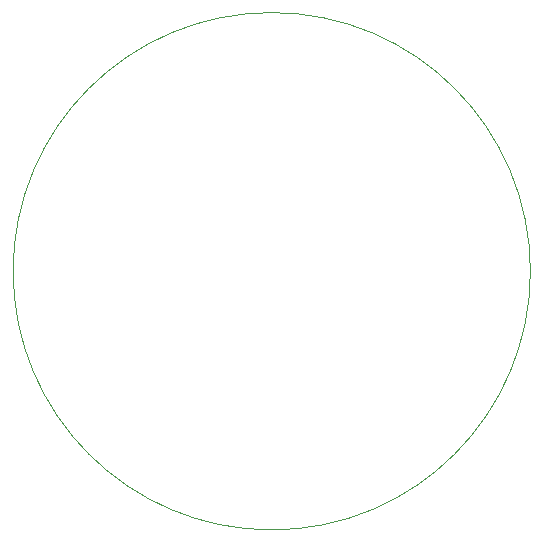
<source format=gbr>
G04*
G04 #@! TF.GenerationSoftware,Altium Limited,Altium Designer,22.4.2 (48)*
G04*
G04 Layer_Color=0*
%FSLAX45Y45*%
%MOMM*%
G71*
G04*
G04 #@! TF.SameCoordinates,A1ACB9CE-F43E-4389-816B-9D06E944576F*
G04*
G04*
G04 #@! TF.FilePolarity,Positive*
G04*
G01*
G75*
%ADD46C,0.02540*%
D46*
X2202700Y12700D02*
G02*
X12700Y2202700I0J2190000D01*
G01*
D02*
G02*
X2202700Y4392700I2190000J0D01*
G01*
D02*
G02*
X4392700Y2202700I0J-2190000D01*
G01*
D02*
G02*
X2202700Y12700I-2190000J0D01*
G01*
M02*

</source>
